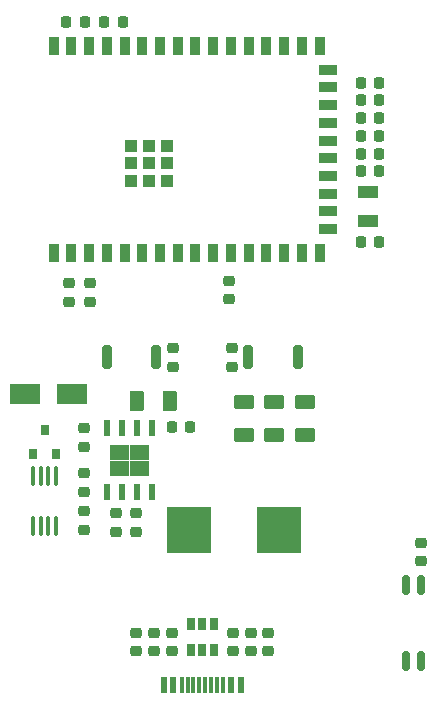
<source format=gbr>
%TF.GenerationSoftware,KiCad,Pcbnew,(6.0.2)*%
%TF.CreationDate,2022-03-14T11:31:15-04:00*%
%TF.ProjectId,aquabotsBMS,61717561-626f-4747-9342-4d532e6b6963,rev?*%
%TF.SameCoordinates,Original*%
%TF.FileFunction,Paste,Top*%
%TF.FilePolarity,Positive*%
%FSLAX46Y46*%
G04 Gerber Fmt 4.6, Leading zero omitted, Abs format (unit mm)*
G04 Created by KiCad (PCBNEW (6.0.2)) date 2022-03-14 11:31:15*
%MOMM*%
%LPD*%
G01*
G04 APERTURE LIST*
G04 Aperture macros list*
%AMRoundRect*
0 Rectangle with rounded corners*
0 $1 Rounding radius*
0 $2 $3 $4 $5 $6 $7 $8 $9 X,Y pos of 4 corners*
0 Add a 4 corners polygon primitive as box body*
4,1,4,$2,$3,$4,$5,$6,$7,$8,$9,$2,$3,0*
0 Add four circle primitives for the rounded corners*
1,1,$1+$1,$2,$3*
1,1,$1+$1,$4,$5*
1,1,$1+$1,$6,$7*
1,1,$1+$1,$8,$9*
0 Add four rect primitives between the rounded corners*
20,1,$1+$1,$2,$3,$4,$5,0*
20,1,$1+$1,$4,$5,$6,$7,0*
20,1,$1+$1,$6,$7,$8,$9,0*
20,1,$1+$1,$8,$9,$2,$3,0*%
G04 Aperture macros list end*
%ADD10C,0.100000*%
%ADD11RoundRect,0.218750X-0.256250X0.218750X-0.256250X-0.218750X0.256250X-0.218750X0.256250X0.218750X0*%
%ADD12RoundRect,0.218750X-0.218750X-0.256250X0.218750X-0.256250X0.218750X0.256250X-0.218750X0.256250X0*%
%ADD13RoundRect,0.218750X0.218750X0.256250X-0.218750X0.256250X-0.218750X-0.256250X0.218750X-0.256250X0*%
%ADD14RoundRect,0.218750X0.256250X-0.218750X0.256250X0.218750X-0.256250X0.218750X-0.256250X-0.218750X0*%
%ADD15R,0.650000X1.060000*%
%ADD16R,1.800000X1.000000*%
%ADD17RoundRect,0.100000X0.100000X-0.712500X0.100000X0.712500X-0.100000X0.712500X-0.100000X-0.712500X0*%
%ADD18R,0.800000X0.900000*%
%ADD19R,0.600000X1.450000*%
%ADD20R,0.300000X1.450000*%
%ADD21RoundRect,0.200000X-0.200000X-0.800000X0.200000X-0.800000X0.200000X0.800000X-0.200000X0.800000X0*%
%ADD22RoundRect,0.150000X-0.150000X0.662500X-0.150000X-0.662500X0.150000X-0.662500X0.150000X0.662500X0*%
%ADD23R,0.900000X1.500000*%
%ADD24R,1.500000X0.900000*%
%ADD25R,1.100000X1.100000*%
%ADD26RoundRect,0.200000X0.200000X0.800000X-0.200000X0.800000X-0.200000X-0.800000X0.200000X-0.800000X0*%
%ADD27R,3.850000X4.000000*%
%ADD28RoundRect,0.250000X0.625000X-0.375000X0.625000X0.375000X-0.625000X0.375000X-0.625000X-0.375000X0*%
%ADD29R,0.558800X1.447800*%
%ADD30RoundRect,0.250000X0.375000X0.625000X-0.375000X0.625000X-0.375000X-0.625000X0.375000X-0.625000X0*%
%ADD31R,2.500000X1.800000*%
G04 APERTURE END LIST*
D10*
%TO.C,U5*%
X143700000Y-106300000D02*
X142223600Y-106300000D01*
X142223600Y-106300000D02*
X142223600Y-107458900D01*
X142223600Y-107458900D02*
X143700000Y-107458900D01*
X143700000Y-107458900D02*
X143700000Y-106300000D01*
G36*
X143700000Y-107458900D02*
G01*
X142223600Y-107458900D01*
X142223600Y-106300000D01*
X143700000Y-106300000D01*
X143700000Y-107458900D01*
G37*
X143700000Y-107458900D02*
X142223600Y-107458900D01*
X142223600Y-106300000D01*
X143700000Y-106300000D01*
X143700000Y-107458900D01*
X143700000Y-104941100D02*
X142223600Y-104941100D01*
X142223600Y-104941100D02*
X142223600Y-106100000D01*
X142223600Y-106100000D02*
X143700000Y-106100000D01*
X143700000Y-106100000D02*
X143700000Y-104941100D01*
G36*
X143700000Y-106100000D02*
G01*
X142223600Y-106100000D01*
X142223600Y-104941100D01*
X143700000Y-104941100D01*
X143700000Y-106100000D01*
G37*
X143700000Y-106100000D02*
X142223600Y-106100000D01*
X142223600Y-104941100D01*
X143700000Y-104941100D01*
X143700000Y-106100000D01*
X145376400Y-104941100D02*
X143900000Y-104941100D01*
X143900000Y-104941100D02*
X143900000Y-106100000D01*
X143900000Y-106100000D02*
X145376400Y-106100000D01*
X145376400Y-106100000D02*
X145376400Y-104941100D01*
G36*
X145376400Y-106100000D02*
G01*
X143900000Y-106100000D01*
X143900000Y-104941100D01*
X145376400Y-104941100D01*
X145376400Y-106100000D01*
G37*
X145376400Y-106100000D02*
X143900000Y-106100000D01*
X143900000Y-104941100D01*
X145376400Y-104941100D01*
X145376400Y-106100000D01*
X145376400Y-106300000D02*
X143900000Y-106300000D01*
X143900000Y-106300000D02*
X143900000Y-107458900D01*
X143900000Y-107458900D02*
X145376400Y-107458900D01*
X145376400Y-107458900D02*
X145376400Y-106300000D01*
G36*
X145376400Y-107458900D02*
G01*
X143900000Y-107458900D01*
X143900000Y-106300000D01*
X145376400Y-106300000D01*
X145376400Y-107458900D01*
G37*
X145376400Y-107458900D02*
X143900000Y-107458900D01*
X143900000Y-106300000D01*
X145376400Y-106300000D01*
X145376400Y-107458900D01*
%TD*%
D11*
%TO.C,C1*%
X140500000Y-91212500D03*
X140500000Y-92787500D03*
%TD*%
D12*
%TO.C,C2*%
X163412500Y-87750000D03*
X164987500Y-87750000D03*
%TD*%
D13*
%TO.C,C3*%
X164987500Y-81750000D03*
X163412500Y-81750000D03*
%TD*%
D11*
%TO.C,C4*%
X138750000Y-91212500D03*
X138750000Y-92787500D03*
%TD*%
D13*
%TO.C,C7*%
X143275000Y-69100000D03*
X141700000Y-69100000D03*
%TD*%
D12*
%TO.C,C8*%
X163412500Y-74250000D03*
X164987500Y-74250000D03*
%TD*%
D11*
%TO.C,FB2*%
X144400000Y-120812500D03*
X144400000Y-122387500D03*
%TD*%
D12*
%TO.C,R3*%
X163412500Y-80250000D03*
X164987500Y-80250000D03*
%TD*%
D13*
%TO.C,R4*%
X164987500Y-75750000D03*
X163412500Y-75750000D03*
%TD*%
D12*
%TO.C,R5*%
X163412500Y-77250000D03*
X164987500Y-77250000D03*
%TD*%
%TO.C,R6*%
X138450000Y-69100000D03*
X140025000Y-69100000D03*
%TD*%
D14*
%TO.C,R8*%
X152250000Y-92575000D03*
X152250000Y-91000000D03*
%TD*%
D15*
%TO.C,U2*%
X149050000Y-122300000D03*
X150000000Y-122300000D03*
X150950000Y-122300000D03*
X150950000Y-120100000D03*
X150000000Y-120100000D03*
X149050000Y-120100000D03*
%TD*%
D16*
%TO.C,Y1*%
X164000000Y-86000000D03*
X164000000Y-83500000D03*
%TD*%
D17*
%TO.C,U3*%
X135675000Y-111762500D03*
X136325000Y-111762500D03*
X136975000Y-111762500D03*
X137625000Y-111762500D03*
X137625000Y-107537500D03*
X136975000Y-107537500D03*
X136325000Y-107537500D03*
X135675000Y-107537500D03*
%TD*%
D18*
%TO.C,Q1*%
X135700000Y-105650000D03*
X137600000Y-105650000D03*
X136650000Y-103650000D03*
%TD*%
D19*
%TO.C,J1*%
X146750000Y-125205000D03*
X147550000Y-125205000D03*
D20*
X148750000Y-125205000D03*
X149750000Y-125205000D03*
X150250000Y-125205000D03*
X151250000Y-125205000D03*
D19*
X152450000Y-125205000D03*
X153250000Y-125205000D03*
X153250000Y-125205000D03*
X152450000Y-125205000D03*
D20*
X151750000Y-125205000D03*
X150750000Y-125205000D03*
X149250000Y-125205000D03*
X148250000Y-125205000D03*
D19*
X147550000Y-125205000D03*
X146750000Y-125205000D03*
%TD*%
D11*
%TO.C,C14*%
X152500000Y-96712500D03*
X152500000Y-98287500D03*
%TD*%
D21*
%TO.C,SW1*%
X153900000Y-97500000D03*
X158100000Y-97500000D03*
%TD*%
D13*
%TO.C,C9*%
X164987500Y-78750000D03*
X163412500Y-78750000D03*
%TD*%
D11*
%TO.C,R1*%
X147400000Y-120812500D03*
X147400000Y-122387500D03*
%TD*%
D14*
%TO.C,C6*%
X145900000Y-122387500D03*
X145900000Y-120812500D03*
%TD*%
%TO.C,R7*%
X168500000Y-114787500D03*
X168500000Y-113212500D03*
%TD*%
D22*
%TO.C,U4*%
X168535000Y-116812500D03*
X167265000Y-116812500D03*
X167265000Y-123187500D03*
X168535000Y-123187500D03*
%TD*%
D23*
%TO.C,U1*%
X137421000Y-88650000D03*
X138921000Y-88650000D03*
X140421000Y-88650000D03*
X141921000Y-88650000D03*
X143421000Y-88650000D03*
X144921000Y-88650000D03*
X146421000Y-88650000D03*
X147921000Y-88650000D03*
X149421000Y-88650000D03*
X150921000Y-88650000D03*
X152421000Y-88650000D03*
X153921000Y-88650000D03*
X155421000Y-88650000D03*
X156921000Y-88650000D03*
X158421000Y-88650000D03*
X159921000Y-88650000D03*
D24*
X160671000Y-86650000D03*
X160671000Y-85150000D03*
X160671000Y-83650000D03*
X160671000Y-82150000D03*
X160671000Y-80650000D03*
X160671000Y-79150000D03*
X160671000Y-77650000D03*
X160671000Y-76150000D03*
X160671000Y-74650000D03*
X160671000Y-73150000D03*
D23*
X159921000Y-71150000D03*
X158421000Y-71150000D03*
X156921000Y-71150000D03*
X155421000Y-71150000D03*
X153921000Y-71150000D03*
X152421000Y-71150000D03*
X150921000Y-71150000D03*
X149421000Y-71150000D03*
X147921000Y-71150000D03*
X146421000Y-71150000D03*
X144921000Y-71150000D03*
X143421000Y-71150000D03*
X141921000Y-71150000D03*
X140421000Y-71150000D03*
X138921000Y-71150000D03*
X137421000Y-71150000D03*
D25*
X146971000Y-82590000D03*
X145471000Y-79590000D03*
X145471000Y-81090000D03*
X143971000Y-82590000D03*
X146971000Y-81090000D03*
X143971000Y-79590000D03*
X145471000Y-82590000D03*
X146971000Y-79590000D03*
X143971000Y-81090000D03*
%TD*%
D11*
%TO.C,C15*%
X147500000Y-96712500D03*
X147500000Y-98287500D03*
%TD*%
D26*
%TO.C,SW2*%
X146100000Y-97500000D03*
X141900000Y-97500000D03*
%TD*%
D27*
%TO.C,L1*%
X148875000Y-112100000D03*
X156525000Y-112100000D03*
%TD*%
D12*
%TO.C,C12*%
X147412500Y-103400000D03*
X148987500Y-103400000D03*
%TD*%
D28*
%TO.C,C17*%
X153500000Y-104100000D03*
X153500000Y-101300000D03*
%TD*%
%TO.C,C18*%
X156100000Y-104100000D03*
X156100000Y-101300000D03*
%TD*%
%TO.C,C19*%
X158700000Y-104100000D03*
X158700000Y-101300000D03*
%TD*%
D29*
%TO.C,U5*%
X145705000Y-103520300D03*
X144435000Y-103520300D03*
X143165000Y-103520300D03*
X141895000Y-103520300D03*
X141895000Y-108879700D03*
X143165000Y-108879700D03*
X144435000Y-108879700D03*
X145705000Y-108879700D03*
%TD*%
D30*
%TO.C,C10*%
X147300000Y-101200000D03*
X144500000Y-101200000D03*
%TD*%
D14*
%TO.C,R9*%
X142700000Y-112287500D03*
X142700000Y-110712500D03*
%TD*%
%TO.C,R11*%
X140000000Y-108887500D03*
X140000000Y-107312500D03*
%TD*%
%TO.C,R10*%
X140000000Y-112087500D03*
X140000000Y-110512500D03*
%TD*%
D11*
%TO.C,C13*%
X144400000Y-110712500D03*
X144400000Y-112287500D03*
%TD*%
D14*
%TO.C,C11*%
X140000000Y-105087500D03*
X140000000Y-103512500D03*
%TD*%
D31*
%TO.C,D1*%
X139000000Y-100600000D03*
X135000000Y-100600000D03*
%TD*%
D11*
%TO.C,R2*%
X152600000Y-120812500D03*
X152600000Y-122387500D03*
%TD*%
%TO.C,FB1*%
X155600000Y-120812500D03*
X155600000Y-122387500D03*
%TD*%
D14*
%TO.C,C5*%
X154100000Y-122387500D03*
X154100000Y-120812500D03*
%TD*%
M02*

</source>
